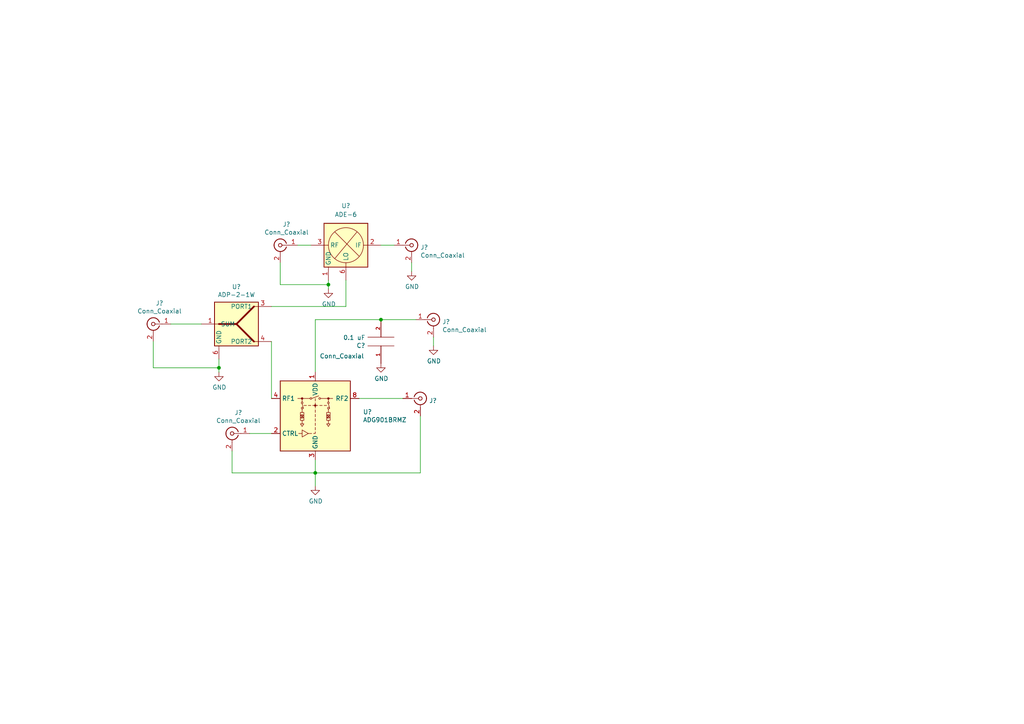
<source format=kicad_sch>
(kicad_sch (version 20211123) (generator eeschema)
  (paper "A4")
  (lib_symbols
    (symbol "Connector:Conn_Coaxial" (pin_names (offset 1.016) hide)
      (property "Reference" "J" (at 0.254 3.048 0))
      (property "Value" "Conn_Coaxial" (at 2.921 0 90))
      (symbol "Conn_Coaxial_0_1"
        (arc (start -1.778 -0.508) (mid 0.222 -1.808) (end 1.778 0) (stroke (width 0.254)))
        (polyline (pts (xy -2.54 0) (xy -0.508 0)))
        (polyline (pts (xy 0 -2.54) (xy 0 -1.778)))
        (circle (center 0 0) (radius 0.508) (stroke (width 0.2032)))
        (arc (start 1.778 0) (mid 0.222 1.8083) (end -1.778 0.508) (stroke (width 0.254)))
      )
      (symbol "Conn_Coaxial_1_1"
        (pin passive line (at -5.08 0 0) (length 2.54) (name "In") (number "1"))
        (pin passive line (at 0 -5.08 90) (length 2.54) (name "Ext") (number "2"))
      )
    )
    (symbol "RF:ADP-2-1W"
      (property "Reference" "U" (at -6.35 7.62 0))
      (property "Value" "ADP-2-1W" (at 6.35 7.62 0))
      (symbol "ADP-2-1W_0_1"
        (rectangle (start -6.35 6.35) (end 6.35 -6.35) (stroke (width 0.254)) (fill (type background)))
        (polyline (pts (xy 0 0) (xy 5.08 -5.08)) (stroke (width 0.508)))
        (polyline (pts (xy -5.08 0) (xy 0 0) (xy 5.08 5.08)) (stroke (width 0.508)))
      )
      (symbol "ADP-2-1W_1_1"
        (pin passive line (at -10.16 0 0) (length 5.08) (name "SUM") (number "1"))
        (pin no_connect line (at 5.08 2.54 180) (length 5.08) hide (name "NC") (number "2"))
        (pin passive line (at 10.16 5.08 180) (length 5.08) (name "PORT1") (number "3"))
        (pin passive line (at 10.16 -5.08 180) (length 5.08) (name "PORT2") (number "4"))
        (pin no_connect line (at 5.08 -2.54 180) (length 5.08) hide (name "NC") (number "5"))
        (pin passive line (at -5.08 -10.16 90) (length 3.81) (name "GND") (number "6"))
      )
    )
    (symbol "RF_Mixer:ADE-6"
      (property "Reference" "U" (at -6.35 7.62 0))
      (property "Value" "ADE-6" (at 6.35 7.62 0))
      (symbol "ADE-6_0_1"
        (rectangle (start -6.35 6.35) (end 6.35 -6.35) (stroke (width 0.254)) (fill (type background)))
        (polyline (pts (xy -3.175 -3.81) (xy 3.175 3.81)))
        (polyline (pts (xy 3.81 -3.175) (xy -3.175 3.81)))
        (circle (center 0 0) (radius 5.08))
      )
      (symbol "ADE-6_1_1"
        (pin power_in line (at -5.08 -10.16 90) (length 3.81) (name "GND") (number "1"))
        (pin output line (at 10.16 0 180) (length 5.08) (name "IF") (number "2"))
        (pin input line (at -10.16 0 0) (length 5.08) (name "RF") (number "3"))
        (pin passive line (at -5.08 -10.16 90) (length 3.81) hide (name "GND") (number "4"))
        (pin passive line (at -5.08 -10.16 90) (length 3.81) hide (name "GND") (number "5"))
        (pin input line (at 0 -10.16 90) (length 5.08) (name "LO") (number "6"))
      )
    )
    (symbol "RF_Switch:ADG901BRMZ"
      (property "Reference" "U" (at -10.16 11.43 0))
      (property "Value" "ADG901BRMZ" (at 1.27 11.43 0))
      (symbol "ADG901BRMZ_0_0"
        (rectangle (start -10.16 10.16) (end 10.16 -10.16) (stroke (width 0.254)) (fill (type background)))
        (polyline (pts (xy -4.826 -5.08) (xy -3.81 -5.08)))
        (polyline (pts (xy -2.54 3.048) (xy -3.302 3.048)))
        (polyline (pts (xy -2.032 3.048) (xy -1.27 3.048)))
        (polyline (pts (xy -1.016 -5.08) (xy -2.032 -5.08)))
        (polyline (pts (xy 0 -3.302) (xy 0 -4.064)))
        (polyline (pts (xy 0 -2.032) (xy 0 -2.794)))
        (polyline (pts (xy 0 -0.762) (xy 0 -1.524)))
        (polyline (pts (xy 0 0.508) (xy 0 -0.254)))
        (polyline (pts (xy 0 1.778) (xy 0 1.016)))
        (polyline (pts (xy 0 3.048) (xy -0.762 3.048)))
        (polyline (pts (xy 0 3.048) (xy 0 2.286)))
        (polyline (pts (xy 0 3.048) (xy 0 3.81)))
        (polyline (pts (xy 0 3.048) (xy 0.762 3.048)))
        (polyline (pts (xy 0 4.318) (xy 0 5.08)))
        (polyline (pts (xy 1.27 3.048) (xy 2.032 3.048)))
        (polyline (pts (xy 2.54 3.048) (xy 3.302 3.048)))
        (polyline (pts (xy 0 -4.572) (xy 0 -5.08) (xy -0.508 -5.08)))
        (polyline (pts (xy -3.81 -4.064) (xy -3.81 -6.096) (xy -2.032 -5.08) (xy -3.81 -4.064)))
        (circle (center 0 3.048) (radius 0.254) (fill (type outline)))
        (text "50" (at -3.81 -0.127 900) (effects (font (size 0.635 0.635))))
        (text "50" (at 3.81 -0.127 900) (effects (font (size 0.635 0.635))))
      )
      (symbol "ADG901BRMZ_0_1"
        (rectangle (start -4.318 1.016) (end -3.302 -1.27))
        (circle (center -3.81 2.286) (radius 0.254))
        (circle (center -3.81 3.81) (radius 0.254))
        (circle (center -3.81 5.08) (radius 0.254) (fill (type outline)))
        (circle (center -1.27 5.08) (radius 0.254))
        (polyline (pts (xy -5.08 5.08) (xy -1.524 5.08)))
        (polyline (pts (xy -3.81 2.032) (xy -3.81 1.016)))
        (polyline (pts (xy -3.81 3.556) (xy -3.429 2.159)))
        (polyline (pts (xy -3.81 5.08) (xy -3.81 4.064)))
        (polyline (pts (xy -1.016 5.08) (xy 1.016 5.842)))
        (polyline (pts (xy 1.524 5.08) (xy 5.08 5.08)))
        (polyline (pts (xy 3.81 2.032) (xy 3.81 1.016)))
        (polyline (pts (xy 3.81 3.556) (xy 4.191 2.159)))
        (polyline (pts (xy 3.81 5.08) (xy 3.81 4.064)))
        (polyline (pts (xy -3.81 -1.27) (xy -3.81 -2.286) (xy -4.318 -2.286) (xy -3.81 -3.048) (xy -3.302 -2.286) (xy -3.81 -2.286)))
        (polyline (pts (xy 3.81 -1.27) (xy 3.81 -2.286) (xy 3.302 -2.286) (xy 3.81 -3.048) (xy 4.318 -2.286) (xy 3.81 -2.286)))
        (circle (center 1.27 5.08) (radius 0.254))
        (rectangle (start 3.302 1.016) (end 4.318 -1.27))
        (circle (center 3.81 2.286) (radius 0.254))
        (circle (center 3.81 3.81) (radius 0.254))
        (circle (center 3.81 5.08) (radius 0.254) (fill (type outline)))
      )
      (symbol "ADG901BRMZ_1_1"
        (pin power_in line (at 0 12.7 270) (length 2.54) (name "VDD") (number "1"))
        (pin input line (at -12.7 -5.08 0) (length 2.54) (name "CTRL") (number "2"))
        (pin power_in line (at 0 -12.7 90) (length 2.54) (name "GND") (number "3"))
        (pin passive line (at -12.7 5.08 0) (length 2.54) (name "RF1") (number "4"))
        (pin passive line (at 0 -12.7 90) (length 2.54) hide (name "GND") (number "5"))
        (pin passive line (at 0 -12.7 90) (length 2.54) hide (name "GND") (number "6"))
        (pin passive line (at 0 -12.7 90) (length 2.54) hide (name "GND") (number "7"))
        (pin passive line (at 12.7 5.08 180) (length 2.54) (name "RF2") (number "8"))
      )
    )
    (symbol "power:GND" (power) (pin_names (offset 0))
      (property "Value" "GND" (at 0 -3.81 0))
      (symbol "GND_0_1"
        (polyline (pts (xy 0 0) (xy 0 -1.27) (xy 1.27 -1.27) (xy 0 -2.54) (xy -1.27 -1.27) (xy 0 -1.27)))
      )
      (symbol "GND_1_1"
        (pin power_in line (at 0 0 270) (length 0) hide (name "GND") (number "1"))
      )
    )
    (symbol "pspice:C" (pin_names (offset 0.254))
      (property "Reference" "C" (at 2.54 3.81 90))
      (property "Value" "C" (at 2.54 -3.81 90))
      (symbol "C_0_1"
        (polyline (pts (xy -3.81 -1.27) (xy 3.81 -1.27)))
        (polyline (pts (xy -3.81 1.27) (xy 3.81 1.27)))
      )
      (symbol "C_1_1"
        (pin passive line (at 0 6.35 270) (length 5.08) (name "~") (number "1"))
        (pin passive line (at 0 -6.35 90) (length 5.08) (name "~") (number "2"))
      )
    )
  )
  (junction (at 95.25 82.55))
  (junction (at 110.49 92.71))
  (junction (at 63.5 106.68))
  (junction (at 91.44 137.16))
  (wire (pts (xy 63.5 106.68) (xy 63.5 107.95)))
  (wire (pts (xy 121.92 120.65) (xy 121.92 137.16)))
  (wire (pts (xy 91.44 133.35) (xy 91.44 137.16)))
  (wire (pts (xy 81.28 82.55) (xy 95.25 82.55)))
  (wire (pts (xy 100.33 88.9) (xy 100.33 81.28)))
  (wire (pts (xy 95.25 81.28) (xy 95.25 82.55)))
  (wire (pts (xy 110.49 71.12) (xy 114.3 71.12)))
  (wire (pts (xy 125.73 97.79) (xy 125.73 100.33)))
  (wire (pts (xy 95.25 82.55) (xy 95.25 83.82)))
  (wire (pts (xy 78.74 99.06) (xy 78.74 115.57)))
  (wire (pts (xy 49.53 93.98) (xy 58.42 93.98)))
  (wire (pts (xy 91.44 107.95) (xy 91.44 92.71)))
  (wire (pts (xy 44.45 106.68) (xy 63.5 106.68)))
  (wire (pts (xy 110.49 92.71) (xy 120.65 92.71)))
  (wire (pts (xy 91.44 137.16) (xy 91.44 140.97)))
  (wire (pts (xy 63.5 104.14) (xy 63.5 106.68)))
  (wire (pts (xy 86.36 71.12) (xy 90.17 71.12)))
  (wire (pts (xy 67.31 137.16) (xy 91.44 137.16)))
  (wire (pts (xy 104.14 115.57) (xy 116.84 115.57)))
  (wire (pts (xy 44.45 99.06) (xy 44.45 106.68)))
  (wire (pts (xy 72.39 125.73) (xy 78.74 125.73)))
  (wire (pts (xy 119.38 76.2) (xy 119.38 78.74)))
  (wire (pts (xy 91.44 92.71) (xy 110.49 92.71)))
  (wire (pts (xy 78.74 88.9) (xy 100.33 88.9)))
  (wire (pts (xy 67.31 130.81) (xy 67.31 137.16)))
  (wire (pts (xy 81.28 76.2) (xy 81.28 82.55)))
  (wire (pts (xy 121.92 137.16) (xy 91.44 137.16)))
  (symbol (lib_id "Connector:Conn_Coaxial") (at 125.73 92.71 0) (unit 1)
    (property "Reference" "J?" (at 128.27 93.345 0) (effects (justify left)))
    (property "Value" "Conn_Coaxial" (at 128.27 95.6564 0) (effects (justify left)))
    (property "Footprint" "Connector_Coaxial:SMA_Amphenol_132203-12_Horizontal" (effects hide))
    (property "Datasheet" " ~" (effects hide))
  )
  (symbol (lib_id "Connector:Conn_Coaxial") (at 44.45 93.98 0) (mirror y) (unit 1)
    (property "Reference" "J?" (at 46.2788 87.9348 0))
    (property "Value" "Conn_Coaxial" (at 46.2788 90.2462 0))
    (property "Footprint" "Connector_Coaxial:SMA_Amphenol_132203-12_Horizontal" (effects hide))
    (property "Datasheet" " ~" (effects hide))
  )
  (symbol (lib_id "power:GND") (at 110.49 105.41 0) (unit 1)
    (property "Reference" "#PWR?" (effects hide))
    (property "Value" "GND" (at 110.617 109.8042 0))
  )
  (symbol (lib_id "RF_Mixer:ADE-6") (at 100.33 71.12 0) (unit 1)
    (property "Reference" "U?" (at 100.33 59.69 0))
    (property "Value" "ADE-6" (at 100.33 62.23 0))
    (property "Footprint" "RF_Mini-Circuits:Mini-Circuits_CD542_LandPatternPL-052" (effects hide))
    (property "Datasheet" "https://www.minicircuits.com/pdfs/ADE-6.pdf" (effects hide))
  )
  (symbol (lib_id "power:GND") (at 125.73 100.33 0) (unit 1)
    (property "Reference" "#PWR?" (effects hide))
    (property "Value" "GND" (at 125.857 104.7242 0))
  )
  (symbol (lib_id "Connector:Conn_Coaxial") (at 121.92 115.57 0) (unit 1)
    (property "Reference" "J?" (at 124.46 116.205 0) (effects (justify left)))
    (property "Value" "Conn_Coaxial" (at 92.71 103.2764 0) (effects (justify left)))
    (property "Footprint" "Connector_Coaxial:SMA_Amphenol_132203-12_Horizontal" (effects hide))
    (property "Datasheet" " ~" (effects hide))
  )
  (symbol (lib_id "RF_Switch:ADG901BRMZ") (at 91.44 120.65 0) (unit 1)
    (property "Reference" "U?" (at 105.2576 119.4816 0) (effects (justify left)))
    (property "Value" "ADG901BRMZ" (at 105.2576 121.793 0) (effects (justify left)))
    (property "Footprint" "Package_SO:MSOP-8_3x3mm_P0.65mm" (effects hide))
    (property "Datasheet" "https://www.analog.com/media/en/technical-documentation/data-sheets/ADG901_902.pdf" (effects hide))
  )
  (symbol (lib_id "power:GND") (at 91.44 140.97 0) (unit 1)
    (property "Reference" "#PWR?" (effects hide))
    (property "Value" "GND" (at 91.567 145.3642 0))
  )
  (symbol (lib_id "Connector:Conn_Coaxial") (at 81.28 71.12 0) (mirror y) (unit 1)
    (property "Reference" "J?" (at 83.1088 65.0748 0))
    (property "Value" "Conn_Coaxial" (at 83.1088 67.3862 0))
    (property "Footprint" "Connector_Coaxial:SMA_Amphenol_132203-12_Horizontal" (effects hide))
    (property "Datasheet" " ~" (effects hide))
  )
  (symbol (lib_id "RF:ADP-2-1W") (at 68.58 93.98 0) (unit 1)
    (property "Reference" "U?" (at 68.58 83.185 0))
    (property "Value" "ADP-2-1W" (at 68.58 85.4964 0))
    (property "Footprint" "RF_Mini-Circuits:Mini-Circuits_CD636_LandPatternPL-035" (effects hide))
    (property "Datasheet" "https://www.minicircuits.com/pdfs/ADP-2-1W.pdf" (effects hide))
  )
  (symbol (lib_id "power:GND") (at 119.38 78.74 0) (unit 1)
    (property "Reference" "#PWR?" (effects hide))
    (property "Value" "GND" (at 119.507 83.1342 0))
  )
  (symbol (lib_id "power:GND") (at 63.5 107.95 0) (unit 1)
    (property "Reference" "#PWR?" (effects hide))
    (property "Value" "GND" (at 63.627 112.3442 0))
  )
  (symbol (lib_id "pspice:C") (at 110.49 99.06 180) (unit 1)
    (property "Reference" "C?" (at 105.9688 100.2284 0) (effects (justify left)))
    (property "Value" "0.1 uF" (at 105.9688 97.917 0) (effects (justify left)))
    (property "Footprint" "Capacitor_SMD:C_1206_3216Metric" (effects hide))
  )
  (symbol (lib_id "Connector:Conn_Coaxial") (at 119.38 71.12 0) (unit 1)
    (property "Reference" "J?" (at 121.92 71.755 0) (effects (justify left)))
    (property "Value" "Conn_Coaxial" (at 121.92 74.0664 0) (effects (justify left)))
    (property "Footprint" "Connector_Coaxial:SMA_Amphenol_132203-12_Horizontal" (effects hide))
    (property "Datasheet" " ~" (effects hide))
  )
  (symbol (lib_id "power:GND") (at 95.25 83.82 0) (unit 1)
    (property "Reference" "#PWR?" (effects hide))
    (property "Value" "GND" (at 95.377 88.2142 0))
  )
  (symbol (lib_id "Connector:Conn_Coaxial") (at 67.31 125.73 0) (mirror y) (unit 1)
    (property "Reference" "J?" (at 69.1388 119.6848 0))
    (property "Value" "Conn_Coaxial" (at 69.1388 121.9962 0))
    (property "Footprint" "Connector_Coaxial:SMA_Amphenol_132203-12_Horizontal" (effects hide))
    (property "Datasheet" " ~" (effects hide))
  )
)
</source>
